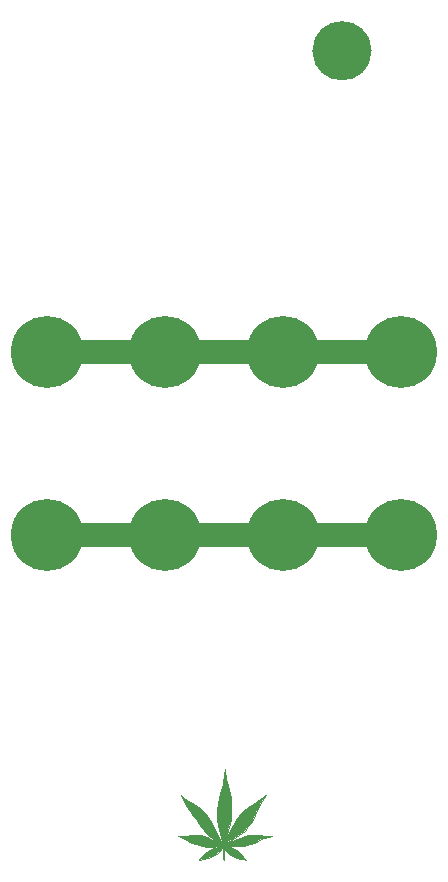
<source format=gbr>
G04 #@! TF.GenerationSoftware,KiCad,Pcbnew,(5.1.5-0)*
G04 #@! TF.CreationDate,2021-01-12T22:51:54-08:00*
G04 #@! TF.ProjectId,slygrogan,736c7967-726f-4676-916e-2e6b69636164,rev?*
G04 #@! TF.SameCoordinates,Original*
G04 #@! TF.FileFunction,Copper,L1,Top*
G04 #@! TF.FilePolarity,Positive*
%FSLAX46Y46*%
G04 Gerber Fmt 4.6, Leading zero omitted, Abs format (unit mm)*
G04 Created by KiCad (PCBNEW (5.1.5-0)) date 2021-01-12 22:51:54*
%MOMM*%
%LPD*%
G04 APERTURE LIST*
%ADD10C,1.000000*%
%ADD11C,2.000000*%
%ADD12C,0.100000*%
%ADD13C,3.100000*%
%ADD14C,6.100000*%
G04 APERTURE END LIST*
D10*
X32000000Y-56500000D02*
G75*
G03X32000000Y-56500000I-2000000J0D01*
G01*
D11*
X35000000Y-97500000D02*
X5000000Y-97500000D01*
X35000000Y-82000000D02*
X5000000Y-82000000D01*
D12*
G36*
X16596400Y-119724900D02*
G01*
X16913900Y-119966200D01*
X17479050Y-120283700D01*
X18075950Y-120715500D01*
X18450600Y-121096500D01*
X18850650Y-121661650D01*
X19447550Y-122842750D01*
X19746000Y-123407900D01*
X19758700Y-123420600D01*
X19428500Y-123446000D01*
X19326900Y-123395200D01*
X18971300Y-123147550D01*
X18564900Y-122779250D01*
X18234700Y-122430000D01*
X17879100Y-121998200D01*
X17599700Y-121579100D01*
X17409200Y-121325100D01*
X17155200Y-120867900D01*
X16901200Y-120499600D01*
X16659900Y-120080500D01*
X16380500Y-119521700D01*
X16596400Y-119724900D01*
G37*
X16596400Y-119724900D02*
X16913900Y-119966200D01*
X17479050Y-120283700D01*
X18075950Y-120715500D01*
X18450600Y-121096500D01*
X18850650Y-121661650D01*
X19447550Y-122842750D01*
X19746000Y-123407900D01*
X19758700Y-123420600D01*
X19428500Y-123446000D01*
X19326900Y-123395200D01*
X18971300Y-123147550D01*
X18564900Y-122779250D01*
X18234700Y-122430000D01*
X17879100Y-121998200D01*
X17599700Y-121579100D01*
X17409200Y-121325100D01*
X17155200Y-120867900D01*
X16901200Y-120499600D01*
X16659900Y-120080500D01*
X16380500Y-119521700D01*
X16596400Y-119724900D01*
G36*
X18002925Y-122903075D02*
G01*
X18339475Y-122998325D01*
X18603000Y-123090400D01*
X19301500Y-123496800D01*
X19331980Y-123524740D01*
X19339600Y-123509500D01*
X19339600Y-123522200D01*
X19331980Y-123524740D01*
X19250700Y-123687300D01*
X19644400Y-123827000D01*
X19434850Y-123852400D01*
X19041150Y-123877800D01*
X18564900Y-123877800D01*
X18120400Y-123814300D01*
X17637800Y-123700000D01*
X17244100Y-123585700D01*
X16837700Y-123357100D01*
X16520200Y-123128500D01*
X16113800Y-123001500D01*
X16761500Y-122950700D01*
X17294900Y-122912600D01*
X17758450Y-122906250D01*
X18002925Y-122903075D01*
G37*
X18002925Y-122903075D02*
X18339475Y-122998325D01*
X18603000Y-123090400D01*
X19301500Y-123496800D01*
X19331980Y-123524740D01*
X19339600Y-123509500D01*
X19339600Y-123522200D01*
X19331980Y-123524740D01*
X19250700Y-123687300D01*
X19644400Y-123827000D01*
X19434850Y-123852400D01*
X19041150Y-123877800D01*
X18564900Y-123877800D01*
X18120400Y-123814300D01*
X17637800Y-123700000D01*
X17244100Y-123585700D01*
X16837700Y-123357100D01*
X16520200Y-123128500D01*
X16113800Y-123001500D01*
X16761500Y-122950700D01*
X17294900Y-122912600D01*
X17758450Y-122906250D01*
X18002925Y-122903075D01*
G36*
X19866650Y-123966700D02*
G01*
X19498350Y-124398500D01*
X19060200Y-124671550D01*
X18679200Y-124811250D01*
X17929900Y-124976350D01*
X18412500Y-124449300D01*
X18806200Y-124182600D01*
X19174500Y-123979400D01*
X19644400Y-123903200D01*
X19669800Y-123903200D01*
X19866650Y-123966700D01*
G37*
X19866650Y-123966700D02*
X19498350Y-124398500D01*
X19060200Y-124671550D01*
X18679200Y-124811250D01*
X17929900Y-124976350D01*
X18412500Y-124449300D01*
X18806200Y-124182600D01*
X19174500Y-123979400D01*
X19644400Y-123903200D01*
X19669800Y-123903200D01*
X19866650Y-123966700D01*
G36*
X20000000Y-123484100D02*
G01*
X19788862Y-123677775D01*
X20007937Y-123773025D01*
X20758825Y-124315950D01*
X20577850Y-124411200D01*
X20000000Y-123954000D01*
X20012700Y-125046200D01*
X19898400Y-124906500D01*
X19892050Y-124017500D01*
X19936500Y-124017500D01*
X19555500Y-123801600D01*
X19269750Y-123649200D01*
X19434850Y-123369800D01*
X20000000Y-123484100D01*
G37*
X20000000Y-123484100D02*
X19788862Y-123677775D01*
X20007937Y-123773025D01*
X20758825Y-124315950D01*
X20577850Y-124411200D01*
X20000000Y-123954000D01*
X20012700Y-125046200D01*
X19898400Y-124906500D01*
X19892050Y-124017500D01*
X19936500Y-124017500D01*
X19555500Y-123801600D01*
X19269750Y-123649200D01*
X19434850Y-123369800D01*
X20000000Y-123484100D01*
G36*
X20641350Y-123941300D02*
G01*
X21193800Y-124220700D01*
X21520825Y-124547725D01*
X21655763Y-124777913D01*
X21887538Y-125047788D01*
X21581150Y-124963650D01*
X21327150Y-124887450D01*
X21149350Y-124823950D01*
X20774700Y-124690600D01*
X20415925Y-124496925D01*
X20155575Y-124211175D01*
X20031750Y-124049250D01*
X20095250Y-124087350D01*
X20069850Y-124023850D01*
X20133350Y-123852400D01*
X20641350Y-123941300D01*
G37*
X20641350Y-123941300D02*
X21193800Y-124220700D01*
X21520825Y-124547725D01*
X21655763Y-124777913D01*
X21887538Y-125047788D01*
X21581150Y-124963650D01*
X21327150Y-124887450D01*
X21149350Y-124823950D01*
X20774700Y-124690600D01*
X20415925Y-124496925D01*
X20155575Y-124211175D01*
X20031750Y-124049250D01*
X20095250Y-124087350D01*
X20069850Y-124023850D01*
X20133350Y-123852400D01*
X20641350Y-123941300D01*
G36*
X23073400Y-122938000D02*
G01*
X23505200Y-122963400D01*
X24083207Y-122973943D01*
X23403600Y-123128500D01*
X22971800Y-123319000D01*
X22628900Y-123534900D01*
X22209800Y-123700000D01*
X21676400Y-123788900D01*
X21231900Y-123814300D01*
X20654050Y-123795250D01*
X20076200Y-123776200D01*
X20012700Y-123700000D01*
X20228600Y-123636500D01*
X20235585Y-123585700D01*
X20551815Y-123458700D01*
X21085850Y-123230100D01*
X21638300Y-123026900D01*
X22032000Y-122912600D01*
X22476500Y-122912600D01*
X23073400Y-122938000D01*
G37*
X23073400Y-122938000D02*
X23505200Y-122963400D01*
X24083207Y-122973943D01*
X23403600Y-123128500D01*
X22971800Y-123319000D01*
X22628900Y-123534900D01*
X22209800Y-123700000D01*
X21676400Y-123788900D01*
X21231900Y-123814300D01*
X20654050Y-123795250D01*
X20076200Y-123776200D01*
X20012700Y-123700000D01*
X20228600Y-123636500D01*
X20235585Y-123585700D01*
X20551815Y-123458700D01*
X21085850Y-123230100D01*
X21638300Y-123026900D01*
X22032000Y-122912600D01*
X22476500Y-122912600D01*
X23073400Y-122938000D01*
G36*
X23060700Y-120283700D02*
G01*
X22819400Y-120779000D01*
X22616200Y-121236200D01*
X22355850Y-121756900D01*
X22082800Y-122112500D01*
X21771650Y-122525250D01*
X21301750Y-122918950D01*
X20800100Y-123255500D01*
X19695200Y-123852400D01*
X19720600Y-123522200D01*
X20025400Y-123471400D01*
X20273050Y-123033250D01*
X20488950Y-122569700D01*
X20654050Y-122239500D01*
X20838200Y-121947400D01*
X21003300Y-121629900D01*
X21282700Y-121274300D01*
X21562100Y-120956800D01*
X21892300Y-120664700D01*
X22235200Y-120436100D01*
X22616200Y-120182100D01*
X23009900Y-119915400D01*
X23543300Y-119521700D01*
X23060700Y-120283700D01*
G37*
X23060700Y-120283700D02*
X22819400Y-120779000D01*
X22616200Y-121236200D01*
X22355850Y-121756900D01*
X22082800Y-122112500D01*
X21771650Y-122525250D01*
X21301750Y-122918950D01*
X20800100Y-123255500D01*
X19695200Y-123852400D01*
X19720600Y-123522200D01*
X20025400Y-123471400D01*
X20273050Y-123033250D01*
X20488950Y-122569700D01*
X20654050Y-122239500D01*
X20838200Y-121947400D01*
X21003300Y-121629900D01*
X21282700Y-121274300D01*
X21562100Y-120956800D01*
X21892300Y-120664700D01*
X22235200Y-120436100D01*
X22616200Y-120182100D01*
X23009900Y-119915400D01*
X23543300Y-119521700D01*
X23060700Y-120283700D01*
G36*
X20215900Y-118150100D02*
G01*
X20317500Y-118632700D01*
X20431800Y-119089900D01*
X20514350Y-119420100D01*
X20577850Y-119801100D01*
X20622300Y-120321800D01*
X20622300Y-120855200D01*
X20571500Y-121439400D01*
X20508000Y-121960100D01*
X20365125Y-122455400D01*
X20066675Y-123471400D01*
X19853950Y-123420600D01*
X19619000Y-122506200D01*
X19445962Y-121642600D01*
X19461837Y-120855200D01*
X19514225Y-120194800D01*
X19676150Y-119420100D01*
X19911100Y-118607300D01*
X20038100Y-117832600D01*
X20101600Y-117311900D01*
X20215900Y-118150100D01*
G37*
X20215900Y-118150100D02*
X20317500Y-118632700D01*
X20431800Y-119089900D01*
X20514350Y-119420100D01*
X20577850Y-119801100D01*
X20622300Y-120321800D01*
X20622300Y-120855200D01*
X20571500Y-121439400D01*
X20508000Y-121960100D01*
X20365125Y-122455400D01*
X20066675Y-123471400D01*
X19853950Y-123420600D01*
X19619000Y-122506200D01*
X19445962Y-121642600D01*
X19461837Y-120855200D01*
X19514225Y-120194800D01*
X19676150Y-119420100D01*
X19911100Y-118607300D01*
X20038100Y-117832600D01*
X20101600Y-117311900D01*
X20215900Y-118150100D01*
D13*
X30000000Y-56500000D03*
D14*
X35000000Y-97500000D03*
X5000000Y-82000000D03*
X35000000Y-82000000D03*
X25000000Y-82000000D03*
X15000000Y-82000000D03*
X5000000Y-97500000D03*
X25000000Y-97500000D03*
X15000000Y-97500000D03*
M02*

</source>
